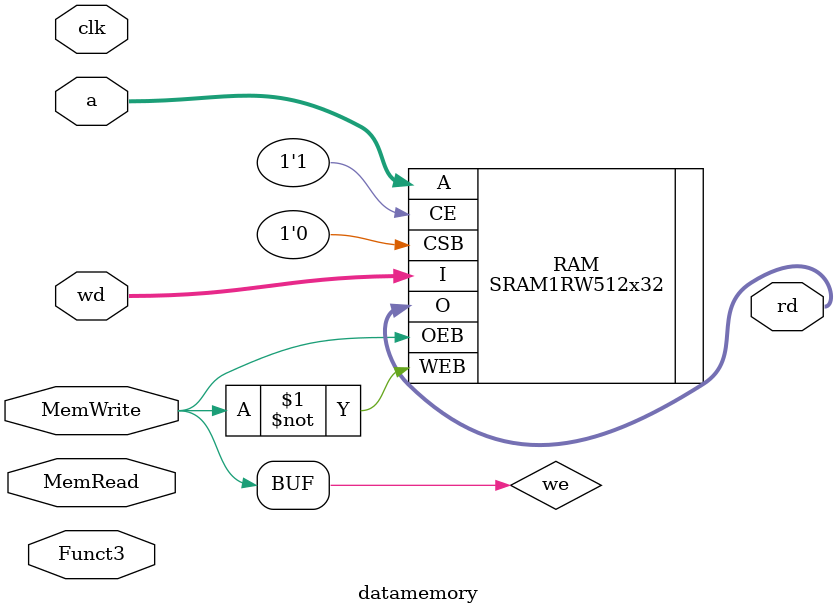
<source format=sv>
    `timescale 1ns / 1ps

module datamemory#(
    parameter DM_ADDRESS = 9 ,
    parameter DATA_W = 32
    )(
    input logic clk,
	input logic MemRead , // comes from control unit
    input logic MemWrite , // Comes from control unit
    input logic [ DM_ADDRESS -1:0] a , // Read / Write address - 9 LSB bits of the ALU output
    input logic [ DATA_W -1:0] wd , // Write Data
    
    input logic [2:0] Funct3, 
    output logic [ DATA_W -1:0] rd // Read Data
    );

`ifdef __SIM__ 
    
    logic [8-1:0] mem [4*(2**DM_ADDRESS)-1:0];

    always_comb
    begin
        if(MemRead)begin
            if(Funct3[1])begin          //LW
                rd = {mem[a+3], mem[a+2], mem[a+1], mem[a]};
            end else if(Funct3[0])begin //LB, LBU
                rd = {(mem[a+1][7]&&!Funct3[2])? {{16{1'b1}}, mem[a+1], mem[a]}:{{16{1'b0}}, mem[a+1], mem[a]} }; 
            end else begin              //LH, LHU
                rd = (mem[a][7]&&!Funct3[2])? {{24{1'b1}}, mem[a]}:{{24{1'b0}}, mem[a]};
            end
        end
    end
    
    always @(posedge clk) begin
        if(MemWrite)begin
            if(Funct3[1])begin          //SW
                mem[a+3] = wd[31:24];
                mem[a+2] = wd[23:16];
                mem[a+1] = wd[15:8];
                mem[a] = wd[7:0];
            end else if(Funct3[0])begin //SH
                mem[a+1] = wd[15:8];
                mem[a] = wd[7:0];
            end else begin              //SB
                mem[a] = wd[7:0];
            end
        end
    end
/*    
    always_comb 
    begin
       if(MemRead)
        case(Funct3[1:0])
            00: //LB LBU
                rd = {(mem[a+1][7]&&!Funct3[2])? {24{1'b1}}:{24{1'b0}}, mem[a]};
            01: //LH LHU
                rd = {(mem[a+1][7]&&!Funct3[2])? {16{1'b1}}:{16{1'b0}}, mem[a+1], mem[a]}; 
            10: //LW
                rd = {mem[a+3], mem[a+2], mem[a+1], mem[a]};
        endcase
	end
    
    always @(posedge clk) begin
       if (MemWrite)
        case(Funct3[1:0])
            00: //SB
                mem[a] = wd[7:0];
            01: begin//SH
                mem[a+1] = wd[15:8];
                mem[a] = wd[7:0];
                end
            10: begin//SW
                mem[a+3] = wd[31:24];
                mem[a+2] = wd[23:16];
                mem[a+1] = wd[15:8];
                mem[a] = wd[7:0];
                end
        endcase
    end
    */
`else
   logic we;
    assign we = MemWrite;
  
   SRAM1RW512x32 RAM (
         .A       ( a[8:0] ),
         .CE      ( 1'b1   ),
         .WEB     ( ~we    ),
         .OEB     ( we     ),
         .CSB     ( 1'b0   ),
         .I       ( wd     ),
         .O       ( rd     )
         );

`endif
    
    
endmodule

</source>
